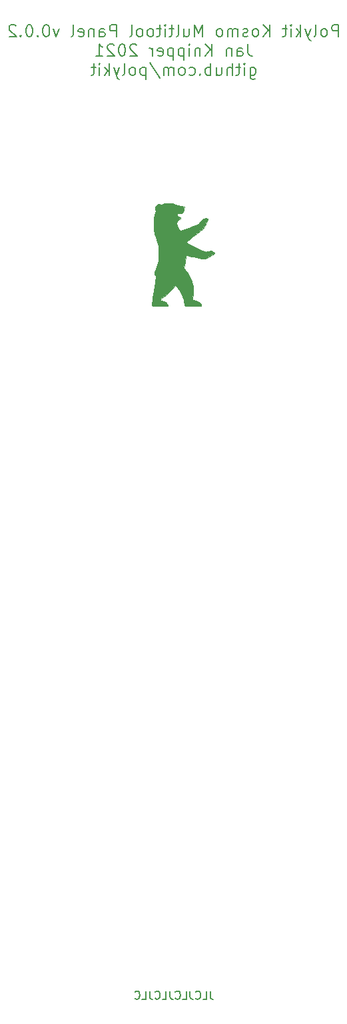
<source format=gbr>
%TF.GenerationSoftware,KiCad,Pcbnew,5.1.10-88a1d61d58~88~ubuntu20.10.1*%
%TF.CreationDate,2021-05-15T16:12:09+02:00*%
%TF.ProjectId,kosmo-multitool-panel,6b6f736d-6f2d-46d7-956c-7469746f6f6c,v1.0.0*%
%TF.SameCoordinates,Original*%
%TF.FileFunction,Legend,Bot*%
%TF.FilePolarity,Positive*%
%FSLAX46Y46*%
G04 Gerber Fmt 4.6, Leading zero omitted, Abs format (unit mm)*
G04 Created by KiCad (PCBNEW 5.1.10-88a1d61d58~88~ubuntu20.10.1) date 2021-05-15 16:12:09*
%MOMM*%
%LPD*%
G01*
G04 APERTURE LIST*
%ADD10C,0.150000*%
%ADD11C,0.200000*%
%ADD12C,0.010000*%
G04 APERTURE END LIST*
D10*
X104619047Y-222452380D02*
X104619047Y-223166666D01*
X104666666Y-223309523D01*
X104761904Y-223404761D01*
X104904761Y-223452380D01*
X105000000Y-223452380D01*
X103666666Y-223452380D02*
X104142857Y-223452380D01*
X104142857Y-222452380D01*
X102761904Y-223357142D02*
X102809523Y-223404761D01*
X102952380Y-223452380D01*
X103047619Y-223452380D01*
X103190476Y-223404761D01*
X103285714Y-223309523D01*
X103333333Y-223214285D01*
X103380952Y-223023809D01*
X103380952Y-222880952D01*
X103333333Y-222690476D01*
X103285714Y-222595238D01*
X103190476Y-222500000D01*
X103047619Y-222452380D01*
X102952380Y-222452380D01*
X102809523Y-222500000D01*
X102761904Y-222547619D01*
X102047619Y-222452380D02*
X102047619Y-223166666D01*
X102095238Y-223309523D01*
X102190476Y-223404761D01*
X102333333Y-223452380D01*
X102428571Y-223452380D01*
X101095238Y-223452380D02*
X101571428Y-223452380D01*
X101571428Y-222452380D01*
X100190476Y-223357142D02*
X100238095Y-223404761D01*
X100380952Y-223452380D01*
X100476190Y-223452380D01*
X100619047Y-223404761D01*
X100714285Y-223309523D01*
X100761904Y-223214285D01*
X100809523Y-223023809D01*
X100809523Y-222880952D01*
X100761904Y-222690476D01*
X100714285Y-222595238D01*
X100619047Y-222500000D01*
X100476190Y-222452380D01*
X100380952Y-222452380D01*
X100238095Y-222500000D01*
X100190476Y-222547619D01*
X99476190Y-222452380D02*
X99476190Y-223166666D01*
X99523809Y-223309523D01*
X99619047Y-223404761D01*
X99761904Y-223452380D01*
X99857142Y-223452380D01*
X98523809Y-223452380D02*
X99000000Y-223452380D01*
X99000000Y-222452380D01*
X97619047Y-223357142D02*
X97666666Y-223404761D01*
X97809523Y-223452380D01*
X97904761Y-223452380D01*
X98047619Y-223404761D01*
X98142857Y-223309523D01*
X98190476Y-223214285D01*
X98238095Y-223023809D01*
X98238095Y-222880952D01*
X98190476Y-222690476D01*
X98142857Y-222595238D01*
X98047619Y-222500000D01*
X97904761Y-222452380D01*
X97809523Y-222452380D01*
X97666666Y-222500000D01*
X97619047Y-222547619D01*
X96904761Y-222452380D02*
X96904761Y-223166666D01*
X96952380Y-223309523D01*
X97047619Y-223404761D01*
X97190476Y-223452380D01*
X97285714Y-223452380D01*
X95952380Y-223452380D02*
X96428571Y-223452380D01*
X96428571Y-222452380D01*
X95047619Y-223357142D02*
X95095238Y-223404761D01*
X95238095Y-223452380D01*
X95333333Y-223452380D01*
X95476190Y-223404761D01*
X95571428Y-223309523D01*
X95619047Y-223214285D01*
X95666666Y-223023809D01*
X95666666Y-222880952D01*
X95619047Y-222690476D01*
X95571428Y-222595238D01*
X95476190Y-222500000D01*
X95333333Y-222452380D01*
X95238095Y-222452380D01*
X95095238Y-222500000D01*
X95047619Y-222547619D01*
D11*
X120892857Y-101228571D02*
X120892857Y-99728571D01*
X120321428Y-99728571D01*
X120178571Y-99800000D01*
X120107142Y-99871428D01*
X120035714Y-100014285D01*
X120035714Y-100228571D01*
X120107142Y-100371428D01*
X120178571Y-100442857D01*
X120321428Y-100514285D01*
X120892857Y-100514285D01*
X119178571Y-101228571D02*
X119321428Y-101157142D01*
X119392857Y-101085714D01*
X119464285Y-100942857D01*
X119464285Y-100514285D01*
X119392857Y-100371428D01*
X119321428Y-100300000D01*
X119178571Y-100228571D01*
X118964285Y-100228571D01*
X118821428Y-100300000D01*
X118750000Y-100371428D01*
X118678571Y-100514285D01*
X118678571Y-100942857D01*
X118750000Y-101085714D01*
X118821428Y-101157142D01*
X118964285Y-101228571D01*
X119178571Y-101228571D01*
X117821428Y-101228571D02*
X117964285Y-101157142D01*
X118035714Y-101014285D01*
X118035714Y-99728571D01*
X117392857Y-100228571D02*
X117035714Y-101228571D01*
X116678571Y-100228571D02*
X117035714Y-101228571D01*
X117178571Y-101585714D01*
X117250000Y-101657142D01*
X117392857Y-101728571D01*
X116107142Y-101228571D02*
X116107142Y-99728571D01*
X115964285Y-100657142D02*
X115535714Y-101228571D01*
X115535714Y-100228571D02*
X116107142Y-100800000D01*
X114892857Y-101228571D02*
X114892857Y-100228571D01*
X114892857Y-99728571D02*
X114964285Y-99800000D01*
X114892857Y-99871428D01*
X114821428Y-99800000D01*
X114892857Y-99728571D01*
X114892857Y-99871428D01*
X114392857Y-100228571D02*
X113821428Y-100228571D01*
X114178571Y-99728571D02*
X114178571Y-101014285D01*
X114107142Y-101157142D01*
X113964285Y-101228571D01*
X113821428Y-101228571D01*
X112178571Y-101228571D02*
X112178571Y-99728571D01*
X111321428Y-101228571D02*
X111964285Y-100371428D01*
X111321428Y-99728571D02*
X112178571Y-100585714D01*
X110464285Y-101228571D02*
X110607142Y-101157142D01*
X110678571Y-101085714D01*
X110750000Y-100942857D01*
X110750000Y-100514285D01*
X110678571Y-100371428D01*
X110607142Y-100300000D01*
X110464285Y-100228571D01*
X110250000Y-100228571D01*
X110107142Y-100300000D01*
X110035714Y-100371428D01*
X109964285Y-100514285D01*
X109964285Y-100942857D01*
X110035714Y-101085714D01*
X110107142Y-101157142D01*
X110250000Y-101228571D01*
X110464285Y-101228571D01*
X109392857Y-101157142D02*
X109250000Y-101228571D01*
X108964285Y-101228571D01*
X108821428Y-101157142D01*
X108750000Y-101014285D01*
X108750000Y-100942857D01*
X108821428Y-100800000D01*
X108964285Y-100728571D01*
X109178571Y-100728571D01*
X109321428Y-100657142D01*
X109392857Y-100514285D01*
X109392857Y-100442857D01*
X109321428Y-100300000D01*
X109178571Y-100228571D01*
X108964285Y-100228571D01*
X108821428Y-100300000D01*
X108107142Y-101228571D02*
X108107142Y-100228571D01*
X108107142Y-100371428D02*
X108035714Y-100300000D01*
X107892857Y-100228571D01*
X107678571Y-100228571D01*
X107535714Y-100300000D01*
X107464285Y-100442857D01*
X107464285Y-101228571D01*
X107464285Y-100442857D02*
X107392857Y-100300000D01*
X107250000Y-100228571D01*
X107035714Y-100228571D01*
X106892857Y-100300000D01*
X106821428Y-100442857D01*
X106821428Y-101228571D01*
X105892857Y-101228571D02*
X106035714Y-101157142D01*
X106107142Y-101085714D01*
X106178571Y-100942857D01*
X106178571Y-100514285D01*
X106107142Y-100371428D01*
X106035714Y-100300000D01*
X105892857Y-100228571D01*
X105678571Y-100228571D01*
X105535714Y-100300000D01*
X105464285Y-100371428D01*
X105392857Y-100514285D01*
X105392857Y-100942857D01*
X105464285Y-101085714D01*
X105535714Y-101157142D01*
X105678571Y-101228571D01*
X105892857Y-101228571D01*
X103607142Y-101228571D02*
X103607142Y-99728571D01*
X103107142Y-100800000D01*
X102607142Y-99728571D01*
X102607142Y-101228571D01*
X101250000Y-100228571D02*
X101250000Y-101228571D01*
X101892857Y-100228571D02*
X101892857Y-101014285D01*
X101821428Y-101157142D01*
X101678571Y-101228571D01*
X101464285Y-101228571D01*
X101321428Y-101157142D01*
X101250000Y-101085714D01*
X100321428Y-101228571D02*
X100464285Y-101157142D01*
X100535714Y-101014285D01*
X100535714Y-99728571D01*
X99964285Y-100228571D02*
X99392857Y-100228571D01*
X99750000Y-99728571D02*
X99750000Y-101014285D01*
X99678571Y-101157142D01*
X99535714Y-101228571D01*
X99392857Y-101228571D01*
X98892857Y-101228571D02*
X98892857Y-100228571D01*
X98892857Y-99728571D02*
X98964285Y-99800000D01*
X98892857Y-99871428D01*
X98821428Y-99800000D01*
X98892857Y-99728571D01*
X98892857Y-99871428D01*
X98392857Y-100228571D02*
X97821428Y-100228571D01*
X98178571Y-99728571D02*
X98178571Y-101014285D01*
X98107142Y-101157142D01*
X97964285Y-101228571D01*
X97821428Y-101228571D01*
X97107142Y-101228571D02*
X97250000Y-101157142D01*
X97321428Y-101085714D01*
X97392857Y-100942857D01*
X97392857Y-100514285D01*
X97321428Y-100371428D01*
X97250000Y-100300000D01*
X97107142Y-100228571D01*
X96892857Y-100228571D01*
X96750000Y-100300000D01*
X96678571Y-100371428D01*
X96607142Y-100514285D01*
X96607142Y-100942857D01*
X96678571Y-101085714D01*
X96750000Y-101157142D01*
X96892857Y-101228571D01*
X97107142Y-101228571D01*
X95750000Y-101228571D02*
X95892857Y-101157142D01*
X95964285Y-101085714D01*
X96035714Y-100942857D01*
X96035714Y-100514285D01*
X95964285Y-100371428D01*
X95892857Y-100300000D01*
X95750000Y-100228571D01*
X95535714Y-100228571D01*
X95392857Y-100300000D01*
X95321428Y-100371428D01*
X95250000Y-100514285D01*
X95250000Y-100942857D01*
X95321428Y-101085714D01*
X95392857Y-101157142D01*
X95535714Y-101228571D01*
X95750000Y-101228571D01*
X94392857Y-101228571D02*
X94535714Y-101157142D01*
X94607142Y-101014285D01*
X94607142Y-99728571D01*
X92678571Y-101228571D02*
X92678571Y-99728571D01*
X92107142Y-99728571D01*
X91964285Y-99800000D01*
X91892857Y-99871428D01*
X91821428Y-100014285D01*
X91821428Y-100228571D01*
X91892857Y-100371428D01*
X91964285Y-100442857D01*
X92107142Y-100514285D01*
X92678571Y-100514285D01*
X90535714Y-101228571D02*
X90535714Y-100442857D01*
X90607142Y-100300000D01*
X90750000Y-100228571D01*
X91035714Y-100228571D01*
X91178571Y-100300000D01*
X90535714Y-101157142D02*
X90678571Y-101228571D01*
X91035714Y-101228571D01*
X91178571Y-101157142D01*
X91250000Y-101014285D01*
X91250000Y-100871428D01*
X91178571Y-100728571D01*
X91035714Y-100657142D01*
X90678571Y-100657142D01*
X90535714Y-100585714D01*
X89821428Y-100228571D02*
X89821428Y-101228571D01*
X89821428Y-100371428D02*
X89750000Y-100300000D01*
X89607142Y-100228571D01*
X89392857Y-100228571D01*
X89250000Y-100300000D01*
X89178571Y-100442857D01*
X89178571Y-101228571D01*
X87892857Y-101157142D02*
X88035714Y-101228571D01*
X88321428Y-101228571D01*
X88464285Y-101157142D01*
X88535714Y-101014285D01*
X88535714Y-100442857D01*
X88464285Y-100300000D01*
X88321428Y-100228571D01*
X88035714Y-100228571D01*
X87892857Y-100300000D01*
X87821428Y-100442857D01*
X87821428Y-100585714D01*
X88535714Y-100728571D01*
X86964285Y-101228571D02*
X87107142Y-101157142D01*
X87178571Y-101014285D01*
X87178571Y-99728571D01*
X85392857Y-100228571D02*
X85035714Y-101228571D01*
X84678571Y-100228571D01*
X83821428Y-99728571D02*
X83678571Y-99728571D01*
X83535714Y-99800000D01*
X83464285Y-99871428D01*
X83392857Y-100014285D01*
X83321428Y-100300000D01*
X83321428Y-100657142D01*
X83392857Y-100942857D01*
X83464285Y-101085714D01*
X83535714Y-101157142D01*
X83678571Y-101228571D01*
X83821428Y-101228571D01*
X83964285Y-101157142D01*
X84035714Y-101085714D01*
X84107142Y-100942857D01*
X84178571Y-100657142D01*
X84178571Y-100300000D01*
X84107142Y-100014285D01*
X84035714Y-99871428D01*
X83964285Y-99800000D01*
X83821428Y-99728571D01*
X82678571Y-101085714D02*
X82607142Y-101157142D01*
X82678571Y-101228571D01*
X82750000Y-101157142D01*
X82678571Y-101085714D01*
X82678571Y-101228571D01*
X81678571Y-99728571D02*
X81535714Y-99728571D01*
X81392857Y-99800000D01*
X81321428Y-99871428D01*
X81250000Y-100014285D01*
X81178571Y-100300000D01*
X81178571Y-100657142D01*
X81250000Y-100942857D01*
X81321428Y-101085714D01*
X81392857Y-101157142D01*
X81535714Y-101228571D01*
X81678571Y-101228571D01*
X81821428Y-101157142D01*
X81892857Y-101085714D01*
X81964285Y-100942857D01*
X82035714Y-100657142D01*
X82035714Y-100300000D01*
X81964285Y-100014285D01*
X81892857Y-99871428D01*
X81821428Y-99800000D01*
X81678571Y-99728571D01*
X80535714Y-101085714D02*
X80464285Y-101157142D01*
X80535714Y-101228571D01*
X80607142Y-101157142D01*
X80535714Y-101085714D01*
X80535714Y-101228571D01*
X79892857Y-99871428D02*
X79821428Y-99800000D01*
X79678571Y-99728571D01*
X79321428Y-99728571D01*
X79178571Y-99800000D01*
X79107142Y-99871428D01*
X79035714Y-100014285D01*
X79035714Y-100157142D01*
X79107142Y-100371428D01*
X79964285Y-101228571D01*
X79035714Y-101228571D01*
X109392857Y-102178571D02*
X109392857Y-103250000D01*
X109464285Y-103464285D01*
X109607142Y-103607142D01*
X109821428Y-103678571D01*
X109964285Y-103678571D01*
X108035714Y-103678571D02*
X108035714Y-102892857D01*
X108107142Y-102750000D01*
X108250000Y-102678571D01*
X108535714Y-102678571D01*
X108678571Y-102750000D01*
X108035714Y-103607142D02*
X108178571Y-103678571D01*
X108535714Y-103678571D01*
X108678571Y-103607142D01*
X108750000Y-103464285D01*
X108750000Y-103321428D01*
X108678571Y-103178571D01*
X108535714Y-103107142D01*
X108178571Y-103107142D01*
X108035714Y-103035714D01*
X107321428Y-102678571D02*
X107321428Y-103678571D01*
X107321428Y-102821428D02*
X107250000Y-102750000D01*
X107107142Y-102678571D01*
X106892857Y-102678571D01*
X106750000Y-102750000D01*
X106678571Y-102892857D01*
X106678571Y-103678571D01*
X104821428Y-103678571D02*
X104821428Y-102178571D01*
X103964285Y-103678571D02*
X104607142Y-102821428D01*
X103964285Y-102178571D02*
X104821428Y-103035714D01*
X103321428Y-102678571D02*
X103321428Y-103678571D01*
X103321428Y-102821428D02*
X103250000Y-102750000D01*
X103107142Y-102678571D01*
X102892857Y-102678571D01*
X102750000Y-102750000D01*
X102678571Y-102892857D01*
X102678571Y-103678571D01*
X101964285Y-103678571D02*
X101964285Y-102678571D01*
X101964285Y-102178571D02*
X102035714Y-102250000D01*
X101964285Y-102321428D01*
X101892857Y-102250000D01*
X101964285Y-102178571D01*
X101964285Y-102321428D01*
X101250000Y-102678571D02*
X101250000Y-104178571D01*
X101250000Y-102750000D02*
X101107142Y-102678571D01*
X100821428Y-102678571D01*
X100678571Y-102750000D01*
X100607142Y-102821428D01*
X100535714Y-102964285D01*
X100535714Y-103392857D01*
X100607142Y-103535714D01*
X100678571Y-103607142D01*
X100821428Y-103678571D01*
X101107142Y-103678571D01*
X101250000Y-103607142D01*
X99892857Y-102678571D02*
X99892857Y-104178571D01*
X99892857Y-102750000D02*
X99750000Y-102678571D01*
X99464285Y-102678571D01*
X99321428Y-102750000D01*
X99250000Y-102821428D01*
X99178571Y-102964285D01*
X99178571Y-103392857D01*
X99250000Y-103535714D01*
X99321428Y-103607142D01*
X99464285Y-103678571D01*
X99750000Y-103678571D01*
X99892857Y-103607142D01*
X97964285Y-103607142D02*
X98107142Y-103678571D01*
X98392857Y-103678571D01*
X98535714Y-103607142D01*
X98607142Y-103464285D01*
X98607142Y-102892857D01*
X98535714Y-102750000D01*
X98392857Y-102678571D01*
X98107142Y-102678571D01*
X97964285Y-102750000D01*
X97892857Y-102892857D01*
X97892857Y-103035714D01*
X98607142Y-103178571D01*
X97250000Y-103678571D02*
X97250000Y-102678571D01*
X97250000Y-102964285D02*
X97178571Y-102821428D01*
X97107142Y-102750000D01*
X96964285Y-102678571D01*
X96821428Y-102678571D01*
X95250000Y-102321428D02*
X95178571Y-102250000D01*
X95035714Y-102178571D01*
X94678571Y-102178571D01*
X94535714Y-102250000D01*
X94464285Y-102321428D01*
X94392857Y-102464285D01*
X94392857Y-102607142D01*
X94464285Y-102821428D01*
X95321428Y-103678571D01*
X94392857Y-103678571D01*
X93464285Y-102178571D02*
X93321428Y-102178571D01*
X93178571Y-102250000D01*
X93107142Y-102321428D01*
X93035714Y-102464285D01*
X92964285Y-102750000D01*
X92964285Y-103107142D01*
X93035714Y-103392857D01*
X93107142Y-103535714D01*
X93178571Y-103607142D01*
X93321428Y-103678571D01*
X93464285Y-103678571D01*
X93607142Y-103607142D01*
X93678571Y-103535714D01*
X93750000Y-103392857D01*
X93821428Y-103107142D01*
X93821428Y-102750000D01*
X93750000Y-102464285D01*
X93678571Y-102321428D01*
X93607142Y-102250000D01*
X93464285Y-102178571D01*
X92392857Y-102321428D02*
X92321428Y-102250000D01*
X92178571Y-102178571D01*
X91821428Y-102178571D01*
X91678571Y-102250000D01*
X91607142Y-102321428D01*
X91535714Y-102464285D01*
X91535714Y-102607142D01*
X91607142Y-102821428D01*
X92464285Y-103678571D01*
X91535714Y-103678571D01*
X90107142Y-103678571D02*
X90964285Y-103678571D01*
X90535714Y-103678571D02*
X90535714Y-102178571D01*
X90678571Y-102392857D01*
X90821428Y-102535714D01*
X90964285Y-102607142D01*
X109678571Y-105128571D02*
X109678571Y-106342857D01*
X109750000Y-106485714D01*
X109821428Y-106557142D01*
X109964285Y-106628571D01*
X110178571Y-106628571D01*
X110321428Y-106557142D01*
X109678571Y-106057142D02*
X109821428Y-106128571D01*
X110107142Y-106128571D01*
X110250000Y-106057142D01*
X110321428Y-105985714D01*
X110392857Y-105842857D01*
X110392857Y-105414285D01*
X110321428Y-105271428D01*
X110250000Y-105200000D01*
X110107142Y-105128571D01*
X109821428Y-105128571D01*
X109678571Y-105200000D01*
X108964285Y-106128571D02*
X108964285Y-105128571D01*
X108964285Y-104628571D02*
X109035714Y-104700000D01*
X108964285Y-104771428D01*
X108892857Y-104700000D01*
X108964285Y-104628571D01*
X108964285Y-104771428D01*
X108464285Y-105128571D02*
X107892857Y-105128571D01*
X108250000Y-104628571D02*
X108250000Y-105914285D01*
X108178571Y-106057142D01*
X108035714Y-106128571D01*
X107892857Y-106128571D01*
X107392857Y-106128571D02*
X107392857Y-104628571D01*
X106750000Y-106128571D02*
X106750000Y-105342857D01*
X106821428Y-105200000D01*
X106964285Y-105128571D01*
X107178571Y-105128571D01*
X107321428Y-105200000D01*
X107392857Y-105271428D01*
X105392857Y-105128571D02*
X105392857Y-106128571D01*
X106035714Y-105128571D02*
X106035714Y-105914285D01*
X105964285Y-106057142D01*
X105821428Y-106128571D01*
X105607142Y-106128571D01*
X105464285Y-106057142D01*
X105392857Y-105985714D01*
X104678571Y-106128571D02*
X104678571Y-104628571D01*
X104678571Y-105200000D02*
X104535714Y-105128571D01*
X104250000Y-105128571D01*
X104107142Y-105200000D01*
X104035714Y-105271428D01*
X103964285Y-105414285D01*
X103964285Y-105842857D01*
X104035714Y-105985714D01*
X104107142Y-106057142D01*
X104250000Y-106128571D01*
X104535714Y-106128571D01*
X104678571Y-106057142D01*
X103321428Y-105985714D02*
X103250000Y-106057142D01*
X103321428Y-106128571D01*
X103392857Y-106057142D01*
X103321428Y-105985714D01*
X103321428Y-106128571D01*
X101964285Y-106057142D02*
X102107142Y-106128571D01*
X102392857Y-106128571D01*
X102535714Y-106057142D01*
X102607142Y-105985714D01*
X102678571Y-105842857D01*
X102678571Y-105414285D01*
X102607142Y-105271428D01*
X102535714Y-105200000D01*
X102392857Y-105128571D01*
X102107142Y-105128571D01*
X101964285Y-105200000D01*
X101107142Y-106128571D02*
X101250000Y-106057142D01*
X101321428Y-105985714D01*
X101392857Y-105842857D01*
X101392857Y-105414285D01*
X101321428Y-105271428D01*
X101250000Y-105200000D01*
X101107142Y-105128571D01*
X100892857Y-105128571D01*
X100750000Y-105200000D01*
X100678571Y-105271428D01*
X100607142Y-105414285D01*
X100607142Y-105842857D01*
X100678571Y-105985714D01*
X100750000Y-106057142D01*
X100892857Y-106128571D01*
X101107142Y-106128571D01*
X99964285Y-106128571D02*
X99964285Y-105128571D01*
X99964285Y-105271428D02*
X99892857Y-105200000D01*
X99750000Y-105128571D01*
X99535714Y-105128571D01*
X99392857Y-105200000D01*
X99321428Y-105342857D01*
X99321428Y-106128571D01*
X99321428Y-105342857D02*
X99250000Y-105200000D01*
X99107142Y-105128571D01*
X98892857Y-105128571D01*
X98750000Y-105200000D01*
X98678571Y-105342857D01*
X98678571Y-106128571D01*
X96892857Y-104557142D02*
X98178571Y-106485714D01*
X96392857Y-105128571D02*
X96392857Y-106628571D01*
X96392857Y-105200000D02*
X96250000Y-105128571D01*
X95964285Y-105128571D01*
X95821428Y-105200000D01*
X95750000Y-105271428D01*
X95678571Y-105414285D01*
X95678571Y-105842857D01*
X95750000Y-105985714D01*
X95821428Y-106057142D01*
X95964285Y-106128571D01*
X96250000Y-106128571D01*
X96392857Y-106057142D01*
X94821428Y-106128571D02*
X94964285Y-106057142D01*
X95035714Y-105985714D01*
X95107142Y-105842857D01*
X95107142Y-105414285D01*
X95035714Y-105271428D01*
X94964285Y-105200000D01*
X94821428Y-105128571D01*
X94607142Y-105128571D01*
X94464285Y-105200000D01*
X94392857Y-105271428D01*
X94321428Y-105414285D01*
X94321428Y-105842857D01*
X94392857Y-105985714D01*
X94464285Y-106057142D01*
X94607142Y-106128571D01*
X94821428Y-106128571D01*
X93464285Y-106128571D02*
X93607142Y-106057142D01*
X93678571Y-105914285D01*
X93678571Y-104628571D01*
X93035714Y-105128571D02*
X92678571Y-106128571D01*
X92321428Y-105128571D02*
X92678571Y-106128571D01*
X92821428Y-106485714D01*
X92892857Y-106557142D01*
X93035714Y-106628571D01*
X91750000Y-106128571D02*
X91750000Y-104628571D01*
X91607142Y-105557142D02*
X91178571Y-106128571D01*
X91178571Y-105128571D02*
X91750000Y-105700000D01*
X90535714Y-106128571D02*
X90535714Y-105128571D01*
X90535714Y-104628571D02*
X90607142Y-104700000D01*
X90535714Y-104771428D01*
X90464285Y-104700000D01*
X90535714Y-104628571D01*
X90535714Y-104771428D01*
X90035714Y-105128571D02*
X89464285Y-105128571D01*
X89821428Y-104628571D02*
X89821428Y-105914285D01*
X89750000Y-106057142D01*
X89607142Y-106128571D01*
X89464285Y-106128571D01*
D12*
%TO.C,G\u002A\u002A\u002A*%
G36*
X98764713Y-122414797D02*
G01*
X98606444Y-122477035D01*
X98426614Y-122547263D01*
X98269850Y-122534098D01*
X98235459Y-122522128D01*
X98020235Y-122498189D01*
X97827919Y-122575652D01*
X97682274Y-122728921D01*
X97607064Y-122932401D01*
X97626051Y-123160496D01*
X97630481Y-123173763D01*
X97661708Y-123307606D01*
X97653595Y-123454113D01*
X97601167Y-123654500D01*
X97556161Y-123789570D01*
X97493133Y-123992468D01*
X97451247Y-124190666D01*
X97426555Y-124418377D01*
X97415107Y-124709811D01*
X97412839Y-125031250D01*
X97414756Y-125375995D01*
X97424472Y-125634252D01*
X97448797Y-125846529D01*
X97494540Y-126053334D01*
X97568509Y-126295174D01*
X97677514Y-126612559D01*
X97679677Y-126618750D01*
X97790415Y-126950960D01*
X97890861Y-127279939D01*
X97969425Y-127566035D01*
X98012463Y-127757537D01*
X98074885Y-128349716D01*
X98069420Y-128991214D01*
X98000650Y-129642512D01*
X97873159Y-130264094D01*
X97691529Y-130816443D01*
X97645274Y-130923615D01*
X97546768Y-131144802D01*
X97496993Y-131282012D01*
X97491889Y-131366772D01*
X97527398Y-131430615D01*
X97573741Y-131479240D01*
X97666875Y-131598338D01*
X97699754Y-131682875D01*
X97690924Y-131764272D01*
X97665122Y-131954284D01*
X97624805Y-132236018D01*
X97572428Y-132592584D01*
X97510448Y-133007091D01*
X97441321Y-133462648D01*
X97433899Y-133511186D01*
X97365468Y-133971651D01*
X97306482Y-134394512D01*
X97259039Y-134762535D01*
X97225234Y-135058487D01*
X97207166Y-135265133D01*
X97206931Y-135365241D01*
X97207903Y-135368561D01*
X97236574Y-135410097D01*
X97298210Y-135439582D01*
X97411767Y-135459014D01*
X97596201Y-135470395D01*
X97870468Y-135475722D01*
X98235758Y-135477000D01*
X98610618Y-135475909D01*
X98876819Y-135471240D01*
X99052691Y-135460894D01*
X99156566Y-135442773D01*
X99206775Y-135414780D01*
X99221650Y-135374815D01*
X99222000Y-135364129D01*
X99161055Y-135150528D01*
X98983344Y-134968282D01*
X98696555Y-134823439D01*
X98439645Y-134748593D01*
X98133539Y-134678781D01*
X98476330Y-134442692D01*
X98718781Y-134257396D01*
X99011784Y-134006025D01*
X99323123Y-133718830D01*
X99620579Y-133426057D01*
X99871934Y-133157955D01*
X99978633Y-133032250D01*
X100182969Y-132778250D01*
X100435092Y-133064000D01*
X100687414Y-133407790D01*
X100920958Y-133832210D01*
X101113019Y-134290951D01*
X101229000Y-134683250D01*
X101286899Y-134930034D01*
X101340252Y-135147391D01*
X101377022Y-135286500D01*
X101423200Y-135445250D01*
X102449850Y-135462697D01*
X102886276Y-135466401D01*
X103199895Y-135460420D01*
X103394547Y-135444564D01*
X103474069Y-135418644D01*
X103476500Y-135411919D01*
X103418048Y-135209832D01*
X103261928Y-135018030D01*
X103036999Y-134857778D01*
X102772118Y-134750344D01*
X102532668Y-134716394D01*
X102389569Y-134706790D01*
X102340822Y-134655001D01*
X102353833Y-134522622D01*
X102356345Y-134508625D01*
X102428902Y-133937412D01*
X102442943Y-133378901D01*
X102398165Y-132875603D01*
X102369115Y-132722939D01*
X102238447Y-132280734D01*
X102047054Y-131820645D01*
X101816550Y-131387055D01*
X101568549Y-131024346D01*
X101504825Y-130948213D01*
X101245181Y-130653242D01*
X101343135Y-130159996D01*
X101398006Y-129866687D01*
X101448214Y-129569234D01*
X101483011Y-129331373D01*
X101483346Y-129328699D01*
X101511471Y-129134645D01*
X101545499Y-129039513D01*
X101604648Y-129015927D01*
X101691426Y-129032283D01*
X101914886Y-129084342D01*
X102205928Y-129146398D01*
X102537658Y-129213371D01*
X102883185Y-129280183D01*
X103215616Y-129341757D01*
X103508057Y-129393015D01*
X103733617Y-129428877D01*
X103865402Y-129444267D01*
X103874464Y-129444500D01*
X103995913Y-129412967D01*
X104191111Y-129329885D01*
X104428229Y-129212526D01*
X104675439Y-129078165D01*
X104900911Y-128944073D01*
X105072816Y-128827524D01*
X105158079Y-128747895D01*
X105136531Y-128676521D01*
X105039308Y-128572696D01*
X105016981Y-128554392D01*
X104920130Y-128488246D01*
X104817277Y-128452202D01*
X104680416Y-128445565D01*
X104481539Y-128467644D01*
X104192638Y-128517748D01*
X104116000Y-128532126D01*
X104029071Y-128539707D01*
X103925577Y-128526249D01*
X103788745Y-128485176D01*
X103601799Y-128409914D01*
X103347967Y-128293888D01*
X103010475Y-128130524D01*
X102703125Y-127978337D01*
X102347880Y-127799691D01*
X102034647Y-127638707D01*
X101780097Y-127504242D01*
X101600902Y-127405150D01*
X101513735Y-127350288D01*
X101508000Y-127343525D01*
X101556354Y-127295221D01*
X101691751Y-127182162D01*
X101899692Y-127015873D01*
X102165680Y-126807878D01*
X102475217Y-126569701D01*
X102623997Y-126456396D01*
X103739994Y-125609164D01*
X104020997Y-125031528D01*
X104139635Y-124780464D01*
X104233505Y-124568128D01*
X104290486Y-124422736D01*
X104302000Y-124377446D01*
X104241975Y-124325939D01*
X104071164Y-124302187D01*
X104007278Y-124301000D01*
X103805181Y-124315277D01*
X103666666Y-124376037D01*
X103532278Y-124507375D01*
X103365845Y-124697107D01*
X103195701Y-124889940D01*
X103176125Y-124912026D01*
X103082497Y-124997632D01*
X102944701Y-125085510D01*
X102745160Y-125184036D01*
X102466301Y-125301584D01*
X102090548Y-125446528D01*
X101924973Y-125508212D01*
X100849696Y-125906121D01*
X100699115Y-125722685D01*
X100515073Y-125462335D01*
X100382036Y-125202040D01*
X100316101Y-124976758D01*
X100313623Y-124885501D01*
X100385837Y-124724566D01*
X100571547Y-124558533D01*
X100603125Y-124536879D01*
X100794437Y-124385384D01*
X100864013Y-124268256D01*
X100812123Y-124184594D01*
X100718691Y-124149038D01*
X100511585Y-124048363D01*
X100388096Y-123885773D01*
X100365000Y-123766497D01*
X100383280Y-123668640D01*
X100462735Y-123633818D01*
X100578770Y-123635044D01*
X100748592Y-123657318D01*
X100865803Y-123693381D01*
X100868745Y-123695120D01*
X100965319Y-123684882D01*
X101089060Y-123558971D01*
X101184199Y-123412000D01*
X101229245Y-123290765D01*
X101273189Y-123107032D01*
X101283020Y-123052426D01*
X101326788Y-122788103D01*
X100893519Y-122744400D01*
X100519502Y-122676138D01*
X100168834Y-122558828D01*
X100111000Y-122532474D01*
X99795948Y-122423445D01*
X99437925Y-122366435D01*
X99079868Y-122363025D01*
X98764713Y-122414797D01*
G37*
X98764713Y-122414797D02*
X98606444Y-122477035D01*
X98426614Y-122547263D01*
X98269850Y-122534098D01*
X98235459Y-122522128D01*
X98020235Y-122498189D01*
X97827919Y-122575652D01*
X97682274Y-122728921D01*
X97607064Y-122932401D01*
X97626051Y-123160496D01*
X97630481Y-123173763D01*
X97661708Y-123307606D01*
X97653595Y-123454113D01*
X97601167Y-123654500D01*
X97556161Y-123789570D01*
X97493133Y-123992468D01*
X97451247Y-124190666D01*
X97426555Y-124418377D01*
X97415107Y-124709811D01*
X97412839Y-125031250D01*
X97414756Y-125375995D01*
X97424472Y-125634252D01*
X97448797Y-125846529D01*
X97494540Y-126053334D01*
X97568509Y-126295174D01*
X97677514Y-126612559D01*
X97679677Y-126618750D01*
X97790415Y-126950960D01*
X97890861Y-127279939D01*
X97969425Y-127566035D01*
X98012463Y-127757537D01*
X98074885Y-128349716D01*
X98069420Y-128991214D01*
X98000650Y-129642512D01*
X97873159Y-130264094D01*
X97691529Y-130816443D01*
X97645274Y-130923615D01*
X97546768Y-131144802D01*
X97496993Y-131282012D01*
X97491889Y-131366772D01*
X97527398Y-131430615D01*
X97573741Y-131479240D01*
X97666875Y-131598338D01*
X97699754Y-131682875D01*
X97690924Y-131764272D01*
X97665122Y-131954284D01*
X97624805Y-132236018D01*
X97572428Y-132592584D01*
X97510448Y-133007091D01*
X97441321Y-133462648D01*
X97433899Y-133511186D01*
X97365468Y-133971651D01*
X97306482Y-134394512D01*
X97259039Y-134762535D01*
X97225234Y-135058487D01*
X97207166Y-135265133D01*
X97206931Y-135365241D01*
X97207903Y-135368561D01*
X97236574Y-135410097D01*
X97298210Y-135439582D01*
X97411767Y-135459014D01*
X97596201Y-135470395D01*
X97870468Y-135475722D01*
X98235758Y-135477000D01*
X98610618Y-135475909D01*
X98876819Y-135471240D01*
X99052691Y-135460894D01*
X99156566Y-135442773D01*
X99206775Y-135414780D01*
X99221650Y-135374815D01*
X99222000Y-135364129D01*
X99161055Y-135150528D01*
X98983344Y-134968282D01*
X98696555Y-134823439D01*
X98439645Y-134748593D01*
X98133539Y-134678781D01*
X98476330Y-134442692D01*
X98718781Y-134257396D01*
X99011784Y-134006025D01*
X99323123Y-133718830D01*
X99620579Y-133426057D01*
X99871934Y-133157955D01*
X99978633Y-133032250D01*
X100182969Y-132778250D01*
X100435092Y-133064000D01*
X100687414Y-133407790D01*
X100920958Y-133832210D01*
X101113019Y-134290951D01*
X101229000Y-134683250D01*
X101286899Y-134930034D01*
X101340252Y-135147391D01*
X101377022Y-135286500D01*
X101423200Y-135445250D01*
X102449850Y-135462697D01*
X102886276Y-135466401D01*
X103199895Y-135460420D01*
X103394547Y-135444564D01*
X103474069Y-135418644D01*
X103476500Y-135411919D01*
X103418048Y-135209832D01*
X103261928Y-135018030D01*
X103036999Y-134857778D01*
X102772118Y-134750344D01*
X102532668Y-134716394D01*
X102389569Y-134706790D01*
X102340822Y-134655001D01*
X102353833Y-134522622D01*
X102356345Y-134508625D01*
X102428902Y-133937412D01*
X102442943Y-133378901D01*
X102398165Y-132875603D01*
X102369115Y-132722939D01*
X102238447Y-132280734D01*
X102047054Y-131820645D01*
X101816550Y-131387055D01*
X101568549Y-131024346D01*
X101504825Y-130948213D01*
X101245181Y-130653242D01*
X101343135Y-130159996D01*
X101398006Y-129866687D01*
X101448214Y-129569234D01*
X101483011Y-129331373D01*
X101483346Y-129328699D01*
X101511471Y-129134645D01*
X101545499Y-129039513D01*
X101604648Y-129015927D01*
X101691426Y-129032283D01*
X101914886Y-129084342D01*
X102205928Y-129146398D01*
X102537658Y-129213371D01*
X102883185Y-129280183D01*
X103215616Y-129341757D01*
X103508057Y-129393015D01*
X103733617Y-129428877D01*
X103865402Y-129444267D01*
X103874464Y-129444500D01*
X103995913Y-129412967D01*
X104191111Y-129329885D01*
X104428229Y-129212526D01*
X104675439Y-129078165D01*
X104900911Y-128944073D01*
X105072816Y-128827524D01*
X105158079Y-128747895D01*
X105136531Y-128676521D01*
X105039308Y-128572696D01*
X105016981Y-128554392D01*
X104920130Y-128488246D01*
X104817277Y-128452202D01*
X104680416Y-128445565D01*
X104481539Y-128467644D01*
X104192638Y-128517748D01*
X104116000Y-128532126D01*
X104029071Y-128539707D01*
X103925577Y-128526249D01*
X103788745Y-128485176D01*
X103601799Y-128409914D01*
X103347967Y-128293888D01*
X103010475Y-128130524D01*
X102703125Y-127978337D01*
X102347880Y-127799691D01*
X102034647Y-127638707D01*
X101780097Y-127504242D01*
X101600902Y-127405150D01*
X101513735Y-127350288D01*
X101508000Y-127343525D01*
X101556354Y-127295221D01*
X101691751Y-127182162D01*
X101899692Y-127015873D01*
X102165680Y-126807878D01*
X102475217Y-126569701D01*
X102623997Y-126456396D01*
X103739994Y-125609164D01*
X104020997Y-125031528D01*
X104139635Y-124780464D01*
X104233505Y-124568128D01*
X104290486Y-124422736D01*
X104302000Y-124377446D01*
X104241975Y-124325939D01*
X104071164Y-124302187D01*
X104007278Y-124301000D01*
X103805181Y-124315277D01*
X103666666Y-124376037D01*
X103532278Y-124507375D01*
X103365845Y-124697107D01*
X103195701Y-124889940D01*
X103176125Y-124912026D01*
X103082497Y-124997632D01*
X102944701Y-125085510D01*
X102745160Y-125184036D01*
X102466301Y-125301584D01*
X102090548Y-125446528D01*
X101924973Y-125508212D01*
X100849696Y-125906121D01*
X100699115Y-125722685D01*
X100515073Y-125462335D01*
X100382036Y-125202040D01*
X100316101Y-124976758D01*
X100313623Y-124885501D01*
X100385837Y-124724566D01*
X100571547Y-124558533D01*
X100603125Y-124536879D01*
X100794437Y-124385384D01*
X100864013Y-124268256D01*
X100812123Y-124184594D01*
X100718691Y-124149038D01*
X100511585Y-124048363D01*
X100388096Y-123885773D01*
X100365000Y-123766497D01*
X100383280Y-123668640D01*
X100462735Y-123633818D01*
X100578770Y-123635044D01*
X100748592Y-123657318D01*
X100865803Y-123693381D01*
X100868745Y-123695120D01*
X100965319Y-123684882D01*
X101089060Y-123558971D01*
X101184199Y-123412000D01*
X101229245Y-123290765D01*
X101273189Y-123107032D01*
X101283020Y-123052426D01*
X101326788Y-122788103D01*
X100893519Y-122744400D01*
X100519502Y-122676138D01*
X100168834Y-122558828D01*
X100111000Y-122532474D01*
X99795948Y-122423445D01*
X99437925Y-122366435D01*
X99079868Y-122363025D01*
X98764713Y-122414797D01*
%TD*%
M02*

</source>
